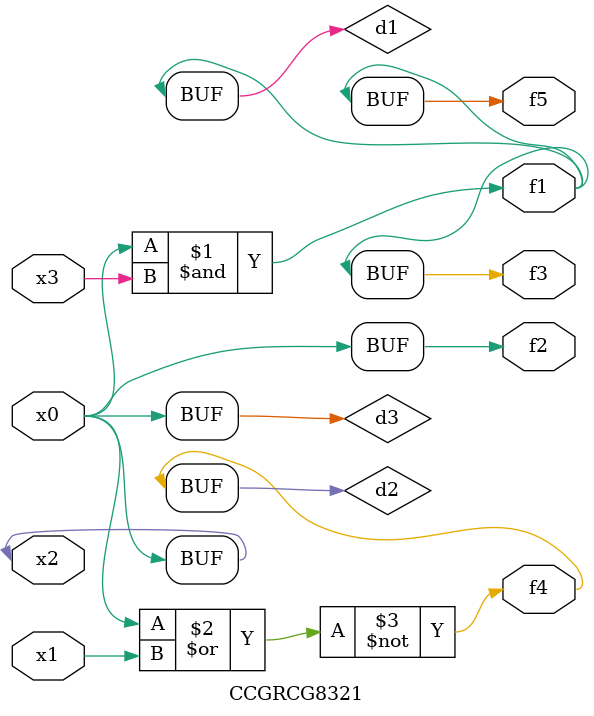
<source format=v>
module CCGRCG8321(
	input x0, x1, x2, x3,
	output f1, f2, f3, f4, f5
);

	wire d1, d2, d3;

	and (d1, x2, x3);
	nor (d2, x0, x1);
	buf (d3, x0, x2);
	assign f1 = d1;
	assign f2 = d3;
	assign f3 = d1;
	assign f4 = d2;
	assign f5 = d1;
endmodule

</source>
